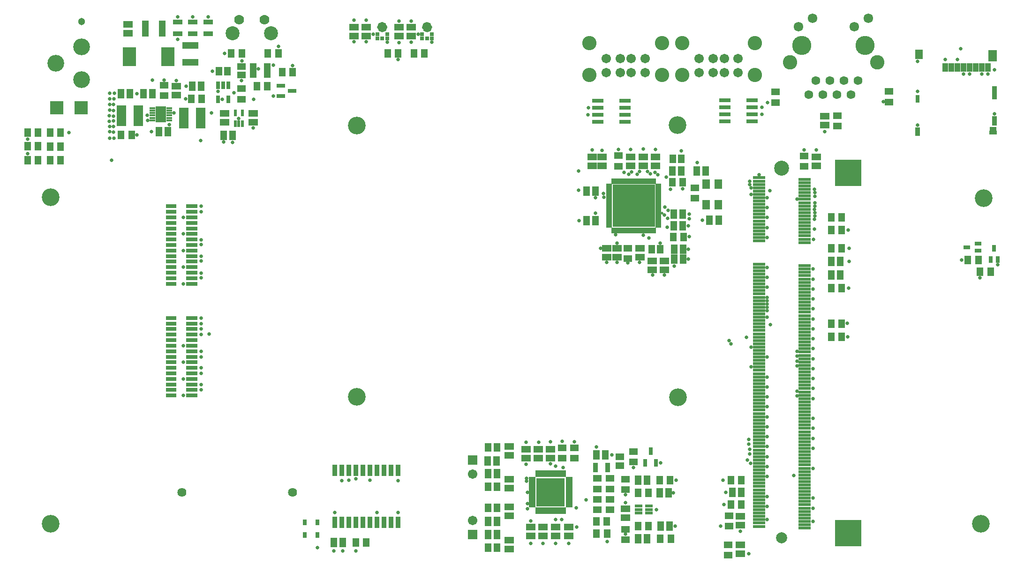
<source format=gts>
G04 Layer_Color=8388736*
%FSLAX44Y44*%
%MOMM*%
G71*
G01*
G75*
%ADD110C,0.9120*%
%ADD111R,0.5032X1.0532*%
%ADD112R,2.2032X0.5532*%
%ADD113R,4.8032X4.7032*%
%ADD114R,1.4532X1.8032*%
%ADD115R,0.8532X2.1282*%
%ADD116R,0.5032X1.2032*%
%ADD117R,1.2032X0.5032*%
%ADD118R,5.0532X5.0532*%
%ADD119R,1.4032X0.6032*%
G04:AMPARAMS|DCode=120|XSize=7.6032mm|YSize=7.6032mm|CornerRadius=0mm|HoleSize=0mm|Usage=FLASHONLY|Rotation=0.000|XOffset=0mm|YOffset=0mm|HoleType=Round|Shape=RoundedRectangle|*
%AMROUNDEDRECTD120*
21,1,7.6032,7.6032,0,0,0.0*
21,1,7.6032,7.6032,0,0,0.0*
1,1,0.0000,3.8016,-3.8016*
1,1,0.0000,-3.8016,-3.8016*
1,1,0.0000,-3.8016,3.8016*
1,1,0.0000,3.8016,3.8016*
%
%ADD120ROUNDEDRECTD120*%
%ADD121R,1.0532X0.5032*%
%ADD122R,2.1032X0.8032*%
%ADD123R,0.8032X1.4032*%
%ADD124R,1.2532X0.6532*%
%ADD125R,2.4032X2.3532*%
%ADD126R,1.2192X1.6002*%
%ADD127R,1.6002X1.2192*%
%ADD128R,0.8032X1.4532*%
%ADD129R,0.7032X1.2032*%
%ADD130R,1.2032X0.7032*%
%ADD131R,1.5032X0.8032*%
%ADD132R,1.8532X0.8032*%
%ADD133R,2.0532X0.8032*%
%ADD134R,1.0032X1.6032*%
%ADD135R,1.5532X2.0032*%
%ADD136R,0.8532X2.3432*%
%ADD137R,0.8532X1.8032*%
%ADD138R,1.3032X0.6532*%
%ADD139R,1.3532X0.6532*%
%ADD140R,0.8532X1.5032*%
%ADD141R,0.8032X1.3532*%
%ADD142R,1.3632X1.7032*%
%ADD143R,1.6232X1.2532*%
%ADD144R,1.2532X1.6232*%
%ADD145R,1.2932X2.9232*%
%ADD146R,2.9232X1.2932*%
%ADD147R,2.4532X3.4032*%
%ADD148R,1.3032X1.6732*%
%ADD149R,1.6732X1.3032*%
%ADD150R,0.9532X1.8032*%
%ADD151R,1.3032X1.6032*%
%ADD152R,1.8032X0.9532*%
%ADD153R,0.3032X0.3032*%
%ADD154R,0.8032X0.7252*%
%ADD155R,1.6032X1.3032*%
%ADD156R,1.7032X3.8032*%
%ADD157R,1.0032X0.4532*%
%ADD158R,1.9532X2.8532*%
%ADD159R,0.6032X1.2032*%
%ADD160R,0.6632X1.0432*%
%ADD161C,2.0032*%
%ADD162C,2.7032*%
%ADD163C,3.4532*%
%ADD164C,2.6032*%
%ADD165C,1.7232*%
%ADD166C,1.5932*%
%ADD167C,1.7782*%
%ADD168C,2.5282*%
%ADD169C,1.7032*%
%ADD170R,1.7032X1.7032*%
%ADD171C,1.6256*%
%ADD172C,3.2032*%
%ADD173C,0.7032*%
%ADD174C,1.3032*%
%ADD175C,3.0332*%
%ADD176C,2.5832*%
%ADD177C,0.6532*%
%ADD178C,0.5032*%
D110*
X660560Y969740D02*
G03*
X660560Y969740I-4560J0D01*
G01*
X741560D02*
G03*
X741560Y969740I-4560J0D01*
G01*
D111*
X1137740Y691460D02*
D03*
X1132740D02*
D03*
X1147740Y602460D02*
D03*
X1142740D02*
D03*
X1137740D02*
D03*
X1132740D02*
D03*
X1127740D02*
D03*
X1122740D02*
D03*
X1117740D02*
D03*
X1112740D02*
D03*
X1107740D02*
D03*
X1102740D02*
D03*
X1097740D02*
D03*
X1092740D02*
D03*
X1087740D02*
D03*
X1082740D02*
D03*
X1077740D02*
D03*
X1072740D02*
D03*
Y691460D02*
D03*
X1077740D02*
D03*
X1082740D02*
D03*
X1087740D02*
D03*
X1092740D02*
D03*
X1097740D02*
D03*
X1102740D02*
D03*
X1117740D02*
D03*
X1122740D02*
D03*
X1127740D02*
D03*
X1142740D02*
D03*
X1147740D02*
D03*
X1112740D02*
D03*
X1107740D02*
D03*
D112*
X1336500Y697500D02*
D03*
X1418500Y694500D02*
D03*
X1336500Y691500D02*
D03*
X1418500Y688500D02*
D03*
X1336500Y685500D02*
D03*
X1418500Y682500D02*
D03*
X1336500Y679500D02*
D03*
X1418500Y676500D02*
D03*
X1336500Y673500D02*
D03*
X1418500Y670500D02*
D03*
X1336500Y667500D02*
D03*
X1418500Y664500D02*
D03*
X1336500Y661500D02*
D03*
X1418500Y658500D02*
D03*
X1336500Y655500D02*
D03*
X1418500Y652500D02*
D03*
X1336500Y649500D02*
D03*
X1418500Y646500D02*
D03*
X1336500Y643500D02*
D03*
X1418500Y640500D02*
D03*
X1336500Y637500D02*
D03*
X1418500Y634500D02*
D03*
X1336500Y631500D02*
D03*
X1418500Y628500D02*
D03*
X1336500Y625500D02*
D03*
X1418500Y622500D02*
D03*
X1336500Y619500D02*
D03*
X1418500Y616500D02*
D03*
X1336500Y613500D02*
D03*
X1418500Y610500D02*
D03*
X1336500Y607500D02*
D03*
X1418500Y604500D02*
D03*
X1336500Y601500D02*
D03*
X1418500Y598500D02*
D03*
X1336500Y595500D02*
D03*
X1418500Y592500D02*
D03*
X1336500Y589500D02*
D03*
X1418500Y586500D02*
D03*
X1336500Y583500D02*
D03*
X1418500Y580500D02*
D03*
X1336500Y541500D02*
D03*
X1418500Y538500D02*
D03*
X1336500Y535500D02*
D03*
X1418500Y532500D02*
D03*
X1336500Y529500D02*
D03*
X1418500Y526500D02*
D03*
X1336500Y523500D02*
D03*
X1418500Y520500D02*
D03*
X1336500Y517500D02*
D03*
X1418500Y514500D02*
D03*
X1336500Y511500D02*
D03*
X1418500Y508500D02*
D03*
X1336500Y505500D02*
D03*
X1418500Y502500D02*
D03*
X1336500Y499500D02*
D03*
X1418500Y496500D02*
D03*
X1336500Y493500D02*
D03*
X1418500Y490500D02*
D03*
X1336500Y487500D02*
D03*
X1418500Y484500D02*
D03*
X1336500Y481500D02*
D03*
X1418500Y478500D02*
D03*
X1336500Y475500D02*
D03*
X1418500Y472500D02*
D03*
X1336500Y469500D02*
D03*
X1418500Y466500D02*
D03*
X1336500Y463500D02*
D03*
X1418500Y460500D02*
D03*
X1336500Y457500D02*
D03*
X1418500Y454500D02*
D03*
X1336500Y451500D02*
D03*
X1418500Y448500D02*
D03*
X1336500Y445500D02*
D03*
X1418500Y442500D02*
D03*
X1336500Y439500D02*
D03*
X1418500Y436500D02*
D03*
X1336500Y433500D02*
D03*
X1418500Y430500D02*
D03*
X1336500Y427500D02*
D03*
X1418500Y424500D02*
D03*
X1336500Y421500D02*
D03*
X1418500Y418500D02*
D03*
X1336500Y415500D02*
D03*
X1418500Y412500D02*
D03*
X1336500Y409500D02*
D03*
X1418500Y406500D02*
D03*
X1336500Y403500D02*
D03*
X1418500Y400500D02*
D03*
X1336500Y397500D02*
D03*
X1418500Y394500D02*
D03*
X1336500Y391500D02*
D03*
X1418500Y388500D02*
D03*
X1336500Y385500D02*
D03*
Y379500D02*
D03*
Y373500D02*
D03*
X1418500Y370500D02*
D03*
X1336500Y367500D02*
D03*
Y361500D02*
D03*
Y355500D02*
D03*
X1418500Y352500D02*
D03*
X1336500Y349500D02*
D03*
X1418500Y346500D02*
D03*
X1336500Y343500D02*
D03*
X1418500Y340500D02*
D03*
X1336500Y337500D02*
D03*
X1418500Y334500D02*
D03*
X1336500Y331500D02*
D03*
X1418500Y328500D02*
D03*
X1336500Y325500D02*
D03*
X1418500Y322500D02*
D03*
X1336500Y319500D02*
D03*
X1418500Y316500D02*
D03*
X1336500Y313500D02*
D03*
Y307500D02*
D03*
Y301500D02*
D03*
X1418500Y298500D02*
D03*
X1336500Y295500D02*
D03*
X1418500Y292500D02*
D03*
X1336500Y289500D02*
D03*
X1418500Y286500D02*
D03*
X1336500Y283500D02*
D03*
X1418500Y280500D02*
D03*
X1336500Y277500D02*
D03*
X1418500Y274500D02*
D03*
X1336500Y271500D02*
D03*
X1418500Y268500D02*
D03*
X1336500Y265500D02*
D03*
X1418500Y262500D02*
D03*
X1336500Y259500D02*
D03*
X1418500Y256500D02*
D03*
X1336500Y253500D02*
D03*
X1418500Y250500D02*
D03*
X1336500Y247500D02*
D03*
X1418500Y244500D02*
D03*
X1336500Y241500D02*
D03*
X1418500Y238500D02*
D03*
X1336500Y235500D02*
D03*
X1418500Y232500D02*
D03*
X1336500Y229500D02*
D03*
X1418500Y226500D02*
D03*
Y220500D02*
D03*
Y214500D02*
D03*
X1336500Y211500D02*
D03*
X1418500Y208500D02*
D03*
X1336500Y205500D02*
D03*
X1418500Y202500D02*
D03*
X1336500Y199500D02*
D03*
X1418500Y196500D02*
D03*
X1336500Y193500D02*
D03*
X1418500Y190500D02*
D03*
X1336500Y187500D02*
D03*
X1418500Y184500D02*
D03*
X1336500Y181500D02*
D03*
X1418500Y178500D02*
D03*
X1336500Y175500D02*
D03*
X1418500Y172500D02*
D03*
X1336500Y169500D02*
D03*
X1418500Y166500D02*
D03*
X1336500Y163500D02*
D03*
X1418500Y160500D02*
D03*
X1336500Y157500D02*
D03*
X1418500Y154500D02*
D03*
X1336500Y151500D02*
D03*
X1418500Y148500D02*
D03*
X1336500Y145500D02*
D03*
X1418500Y142500D02*
D03*
X1336500Y139500D02*
D03*
X1418500Y136500D02*
D03*
X1336500Y133500D02*
D03*
X1418500Y130500D02*
D03*
X1336500Y127500D02*
D03*
X1418500Y124500D02*
D03*
X1336500Y121500D02*
D03*
X1418500Y118500D02*
D03*
X1336500Y115500D02*
D03*
X1418500Y112500D02*
D03*
X1336500Y109500D02*
D03*
X1418500Y106500D02*
D03*
X1336500Y103500D02*
D03*
X1418500Y100500D02*
D03*
X1336500Y97500D02*
D03*
X1418500Y94500D02*
D03*
X1336500Y91500D02*
D03*
X1418500Y88500D02*
D03*
X1336500Y85500D02*
D03*
X1418500Y82500D02*
D03*
X1336500Y79500D02*
D03*
X1418500Y76500D02*
D03*
X1336500Y73500D02*
D03*
X1418500Y70500D02*
D03*
X1336500Y67500D02*
D03*
X1418500Y64500D02*
D03*
Y382500D02*
D03*
Y376500D02*
D03*
X1336500Y223500D02*
D03*
Y217500D02*
D03*
X1418500Y364500D02*
D03*
Y358500D02*
D03*
Y310500D02*
D03*
Y304500D02*
D03*
D113*
X1497500Y55500D02*
D03*
Y706500D02*
D03*
D114*
X1262950Y648990D02*
D03*
Y685990D02*
D03*
X1240950D02*
D03*
Y648990D02*
D03*
D115*
X570190Y74360D02*
D03*
X582890D02*
D03*
X595590D02*
D03*
X608290D02*
D03*
X620990D02*
D03*
X633690D02*
D03*
X646390D02*
D03*
X659090D02*
D03*
X671790D02*
D03*
X684490D02*
D03*
Y168600D02*
D03*
X671790D02*
D03*
X659090D02*
D03*
X646390D02*
D03*
X633690D02*
D03*
X620990D02*
D03*
X608290D02*
D03*
X595590D02*
D03*
X582890D02*
D03*
X570190D02*
D03*
D116*
X935000Y95500D02*
D03*
X940000D02*
D03*
X945000D02*
D03*
X950000D02*
D03*
X955000D02*
D03*
X960000D02*
D03*
X965000D02*
D03*
X970000D02*
D03*
X975000D02*
D03*
X980000D02*
D03*
X985000D02*
D03*
Y162500D02*
D03*
X980000D02*
D03*
X975000D02*
D03*
X970000D02*
D03*
X965000D02*
D03*
X960000D02*
D03*
X955000D02*
D03*
X950000D02*
D03*
X945000D02*
D03*
X940000D02*
D03*
X935000D02*
D03*
D117*
X993500Y104000D02*
D03*
Y109000D02*
D03*
Y114000D02*
D03*
Y119000D02*
D03*
Y124000D02*
D03*
Y129000D02*
D03*
Y134000D02*
D03*
Y139000D02*
D03*
Y144000D02*
D03*
Y149000D02*
D03*
Y154000D02*
D03*
X926500D02*
D03*
Y149000D02*
D03*
Y144000D02*
D03*
Y139000D02*
D03*
Y134000D02*
D03*
Y129000D02*
D03*
Y124000D02*
D03*
Y119000D02*
D03*
Y114000D02*
D03*
Y109000D02*
D03*
Y104000D02*
D03*
D118*
X960000Y129000D02*
D03*
D119*
X1118610Y91480D02*
D03*
Y97980D02*
D03*
Y104480D02*
D03*
X1137610D02*
D03*
Y97980D02*
D03*
Y91480D02*
D03*
D120*
X1110240Y646960D02*
D03*
D121*
X1154740Y684460D02*
D03*
Y679460D02*
D03*
Y674460D02*
D03*
Y669460D02*
D03*
Y664460D02*
D03*
Y659460D02*
D03*
Y654460D02*
D03*
Y649460D02*
D03*
Y644460D02*
D03*
Y639460D02*
D03*
Y634460D02*
D03*
Y629460D02*
D03*
Y624460D02*
D03*
Y619460D02*
D03*
Y614460D02*
D03*
Y609460D02*
D03*
X1065740D02*
D03*
Y614460D02*
D03*
Y619460D02*
D03*
Y624460D02*
D03*
Y629460D02*
D03*
Y634460D02*
D03*
Y639460D02*
D03*
Y644460D02*
D03*
Y649460D02*
D03*
Y654460D02*
D03*
Y659460D02*
D03*
Y664460D02*
D03*
Y669460D02*
D03*
Y674460D02*
D03*
Y679460D02*
D03*
Y684460D02*
D03*
D122*
X1094590Y798990D02*
D03*
Y811690D02*
D03*
Y824390D02*
D03*
Y837090D02*
D03*
X1045490D02*
D03*
Y824390D02*
D03*
Y811690D02*
D03*
Y798990D02*
D03*
X1274790Y837531D02*
D03*
Y824831D02*
D03*
Y812131D02*
D03*
Y799431D02*
D03*
X1323890D02*
D03*
Y812131D02*
D03*
Y824831D02*
D03*
Y837531D02*
D03*
D123*
X378500Y864500D02*
D03*
X369000D02*
D03*
X359500D02*
D03*
Y839500D02*
D03*
X378500D02*
D03*
D124*
X422600Y900970D02*
D03*
Y894470D02*
D03*
Y887970D02*
D03*
Y881470D02*
D03*
X448600D02*
D03*
Y887970D02*
D03*
Y894470D02*
D03*
Y900970D02*
D03*
D125*
X67970Y823960D02*
D03*
X111970D02*
D03*
D126*
X627398Y38000D02*
D03*
X608602D02*
D03*
X665602Y922370D02*
D03*
X684398D02*
D03*
X1042622Y76570D02*
D03*
X1061418D02*
D03*
X713602Y922370D02*
D03*
X732398D02*
D03*
X1043122Y54570D02*
D03*
X1061918D02*
D03*
X1175848Y150980D02*
D03*
X1157052D02*
D03*
X1117712Y127980D02*
D03*
X1136508D02*
D03*
X1177008Y44980D02*
D03*
X1158212D02*
D03*
X1117712Y67980D02*
D03*
X1136508D02*
D03*
X1200648Y590000D02*
D03*
X1181852D02*
D03*
X1198648Y689000D02*
D03*
X1179852D02*
D03*
X1285602Y107000D02*
D03*
X1304398D02*
D03*
X1285602Y151000D02*
D03*
X1304398D02*
D03*
X1466602Y410000D02*
D03*
X1485398D02*
D03*
X1466602Y434000D02*
D03*
X1485398D02*
D03*
X1754398Y528000D02*
D03*
X1735602D02*
D03*
X1466602Y498000D02*
D03*
X1485398D02*
D03*
X1466602Y570000D02*
D03*
X1485398D02*
D03*
X1713602Y549000D02*
D03*
X1732398D02*
D03*
X448398Y863000D02*
D03*
X429602D02*
D03*
X468398Y922000D02*
D03*
X449602D02*
D03*
X475602Y888750D02*
D03*
X494398D02*
D03*
X75000Y729000D02*
D03*
X56204D02*
D03*
X75000Y754000D02*
D03*
X56204D02*
D03*
X75000Y779000D02*
D03*
X56204D02*
D03*
X34730Y729330D02*
D03*
X15934D02*
D03*
X34730Y754330D02*
D03*
X15934D02*
D03*
X34730Y779330D02*
D03*
X15934D02*
D03*
X310852Y840270D02*
D03*
X329648D02*
D03*
X203398Y775000D02*
D03*
X184602D02*
D03*
X383602Y922000D02*
D03*
X402398D02*
D03*
X1485398Y603000D02*
D03*
X1466602D02*
D03*
X1485398Y626000D02*
D03*
X1466602D02*
D03*
D127*
X981000Y190602D02*
D03*
Y209398D02*
D03*
X1003000Y190602D02*
D03*
Y209398D02*
D03*
X1044520Y153968D02*
D03*
Y135172D02*
D03*
X1067520D02*
D03*
Y153968D02*
D03*
X1044520Y97172D02*
D03*
Y115968D02*
D03*
X1067520D02*
D03*
Y97172D02*
D03*
X1095450Y134082D02*
D03*
Y152878D02*
D03*
X1095450Y61898D02*
D03*
Y43102D02*
D03*
X1109620Y202488D02*
D03*
Y183692D02*
D03*
X1366000Y833602D02*
D03*
Y852398D02*
D03*
X1220250Y660602D02*
D03*
Y679398D02*
D03*
X1082250Y718602D02*
D03*
Y737398D02*
D03*
X1099250Y551602D02*
D03*
Y570398D02*
D03*
X1571000Y834602D02*
D03*
Y853398D02*
D03*
X1478000Y809398D02*
D03*
Y790602D02*
D03*
X1282000Y67602D02*
D03*
Y86398D02*
D03*
X1281000Y15702D02*
D03*
Y34498D02*
D03*
X1418000Y718352D02*
D03*
Y737148D02*
D03*
X402000Y839602D02*
D03*
Y858398D02*
D03*
X262250Y846270D02*
D03*
Y865066D02*
D03*
D128*
X1140620Y203590D02*
D03*
X1150170Y182590D02*
D03*
X1131070D02*
D03*
D129*
X1754500Y550000D02*
D03*
X1767500D02*
D03*
X1761000Y570000D02*
D03*
D130*
X1732000Y565500D02*
D03*
Y578500D02*
D03*
X1712000Y572000D02*
D03*
D131*
X472680Y864168D02*
D03*
Y845168D02*
D03*
X493680Y854668D02*
D03*
D132*
X274500Y444000D02*
D03*
Y434000D02*
D03*
Y424000D02*
D03*
Y414000D02*
D03*
Y404000D02*
D03*
Y394000D02*
D03*
Y384000D02*
D03*
Y374000D02*
D03*
Y364000D02*
D03*
Y354000D02*
D03*
Y344000D02*
D03*
Y334000D02*
D03*
Y324000D02*
D03*
Y314000D02*
D03*
Y304000D02*
D03*
X274500Y646000D02*
D03*
Y636000D02*
D03*
Y626000D02*
D03*
Y616000D02*
D03*
Y606000D02*
D03*
Y596000D02*
D03*
Y586000D02*
D03*
Y576000D02*
D03*
Y566000D02*
D03*
Y556000D02*
D03*
Y546000D02*
D03*
Y536000D02*
D03*
Y526000D02*
D03*
Y516000D02*
D03*
Y506000D02*
D03*
D133*
X312000Y444000D02*
D03*
Y434000D02*
D03*
Y424000D02*
D03*
Y414000D02*
D03*
Y404000D02*
D03*
Y394000D02*
D03*
Y364000D02*
D03*
Y354000D02*
D03*
Y344000D02*
D03*
Y334000D02*
D03*
Y324000D02*
D03*
Y314000D02*
D03*
Y304000D02*
D03*
X312000Y646000D02*
D03*
Y636000D02*
D03*
Y626000D02*
D03*
Y616000D02*
D03*
Y606000D02*
D03*
Y596000D02*
D03*
Y566000D02*
D03*
Y556000D02*
D03*
Y546000D02*
D03*
Y536000D02*
D03*
Y526000D02*
D03*
Y516000D02*
D03*
Y506000D02*
D03*
Y586000D02*
D03*
Y576000D02*
D03*
X312000Y384000D02*
D03*
Y374000D02*
D03*
D134*
X1672530Y897250D02*
D03*
X1683530D02*
D03*
X1694530D02*
D03*
X1705530D02*
D03*
X1716530D02*
D03*
X1727530D02*
D03*
X1738530D02*
D03*
X1749530D02*
D03*
D135*
X1758430Y917750D02*
D03*
D136*
X1761680Y851450D02*
D03*
D137*
Y800650D02*
D03*
D138*
X1759430Y785600D02*
D03*
D139*
X1759180Y779000D02*
D03*
D140*
X1622680Y781250D02*
D03*
D141*
X1622430Y840500D02*
D03*
D142*
X1625230Y920250D02*
D03*
D143*
X1084750Y192900D02*
D03*
Y177100D02*
D03*
D144*
X847100Y139280D02*
D03*
X862900D02*
D03*
X847100Y210000D02*
D03*
X862900D02*
D03*
X847100Y101000D02*
D03*
X862900D02*
D03*
X847100Y29000D02*
D03*
X862900D02*
D03*
X1142350Y568000D02*
D03*
X1158150D02*
D03*
X1180350Y732000D02*
D03*
X1196150D02*
D03*
D145*
X228400Y966690D02*
D03*
X258700D02*
D03*
D146*
X309940Y906400D02*
D03*
Y936700D02*
D03*
D147*
X268500Y916000D02*
D03*
X199500D02*
D03*
D148*
X568900Y38000D02*
D03*
X585100D02*
D03*
X863100Y163000D02*
D03*
X846900D02*
D03*
X846580Y186000D02*
D03*
X862780D02*
D03*
X863100Y76480D02*
D03*
X846900D02*
D03*
Y53000D02*
D03*
X863100D02*
D03*
X1173550Y127980D02*
D03*
X1157350D02*
D03*
X1134050Y150980D02*
D03*
X1117850D02*
D03*
X1058620Y196672D02*
D03*
X1042420D02*
D03*
X1174550Y67980D02*
D03*
X1158350D02*
D03*
X1134050Y44980D02*
D03*
X1117850D02*
D03*
X1224150Y710000D02*
D03*
X1240350D02*
D03*
X1247150Y621000D02*
D03*
X1263350D02*
D03*
X1024900Y673000D02*
D03*
X1041100D02*
D03*
X1025150Y620000D02*
D03*
X1041350D02*
D03*
X1199350Y568000D02*
D03*
X1183150D02*
D03*
X1198350Y611000D02*
D03*
X1182150D02*
D03*
X1199350Y550250D02*
D03*
X1183150D02*
D03*
X1198350Y632000D02*
D03*
X1182150D02*
D03*
X1196350Y710000D02*
D03*
X1180150D02*
D03*
X1288000Y129000D02*
D03*
X1304200D02*
D03*
X1483100Y522000D02*
D03*
X1466900D02*
D03*
X1483100Y546000D02*
D03*
X1466900D02*
D03*
X369900Y774000D02*
D03*
X386100D02*
D03*
X313150Y863270D02*
D03*
X329350D02*
D03*
X225150Y849270D02*
D03*
X241350D02*
D03*
X252900Y781000D02*
D03*
X269100D02*
D03*
X200350Y849270D02*
D03*
X184150D02*
D03*
D149*
X686000Y969470D02*
D03*
Y953270D02*
D03*
X708000Y969470D02*
D03*
Y953270D02*
D03*
X885000Y152940D02*
D03*
Y136740D02*
D03*
X605000Y969470D02*
D03*
Y953270D02*
D03*
X627000Y969470D02*
D03*
Y953270D02*
D03*
X885000Y195780D02*
D03*
Y211980D02*
D03*
Y86780D02*
D03*
Y102980D02*
D03*
Y42660D02*
D03*
Y26460D02*
D03*
X946000Y49900D02*
D03*
Y66100D02*
D03*
X924000Y49900D02*
D03*
Y66100D02*
D03*
X938000Y207100D02*
D03*
Y190900D02*
D03*
X916000Y207100D02*
D03*
Y190900D02*
D03*
X960000Y207100D02*
D03*
Y190900D02*
D03*
X993000Y49900D02*
D03*
Y66100D02*
D03*
X969000Y49900D02*
D03*
Y66100D02*
D03*
X1095430Y82880D02*
D03*
Y99080D02*
D03*
X1455000Y792900D02*
D03*
Y809100D02*
D03*
X1104250Y735100D02*
D03*
Y718900D02*
D03*
X1061000Y553900D02*
D03*
Y570100D02*
D03*
X1053000Y735100D02*
D03*
Y718900D02*
D03*
X1035000Y735100D02*
D03*
Y718900D02*
D03*
X1143250Y530900D02*
D03*
Y547100D02*
D03*
X1165250Y530900D02*
D03*
Y547100D02*
D03*
X1121250Y553900D02*
D03*
Y570100D02*
D03*
X1080000Y553900D02*
D03*
Y570100D02*
D03*
X1149250Y735100D02*
D03*
Y718900D02*
D03*
X1127250Y735100D02*
D03*
Y718900D02*
D03*
X1303000Y69900D02*
D03*
Y86100D02*
D03*
X1303000Y18000D02*
D03*
Y34200D02*
D03*
X1440000Y734850D02*
D03*
Y718650D02*
D03*
X197000Y975100D02*
D03*
Y958900D02*
D03*
X423000Y797900D02*
D03*
Y814100D02*
D03*
X371000Y797900D02*
D03*
Y814100D02*
D03*
X284250Y862768D02*
D03*
Y846568D02*
D03*
D150*
X1062770Y174172D02*
D03*
X1041270D02*
D03*
D151*
X376500Y890000D02*
D03*
X361500D02*
D03*
D152*
X287000Y978910D02*
D03*
Y957410D02*
D03*
X314000Y978910D02*
D03*
Y957410D02*
D03*
X342000Y978910D02*
D03*
Y957410D02*
D03*
D153*
X649500Y969540D02*
D03*
X730500D02*
D03*
D154*
X647000Y957220D02*
D03*
Y949000D02*
D03*
X656000D02*
D03*
X665000D02*
D03*
Y957220D02*
D03*
X746000D02*
D03*
Y949000D02*
D03*
X737000D02*
D03*
X728000D02*
D03*
Y957220D02*
D03*
D155*
X402000Y898500D02*
D03*
Y883500D02*
D03*
D156*
X298000Y805540D02*
D03*
X328500D02*
D03*
X215500Y810000D02*
D03*
X185000D02*
D03*
D157*
X241030Y823590D02*
D03*
Y819090D02*
D03*
Y814590D02*
D03*
Y810090D02*
D03*
Y805590D02*
D03*
Y801090D02*
D03*
X271030D02*
D03*
Y805590D02*
D03*
Y810090D02*
D03*
Y814590D02*
D03*
Y819090D02*
D03*
Y823590D02*
D03*
D158*
X256030Y812340D02*
D03*
D159*
X390500Y815000D02*
D03*
X403500D02*
D03*
Y795000D02*
D03*
X397000D02*
D03*
X390500D02*
D03*
D160*
X515770Y51800D02*
D03*
Y74800D02*
D03*
X538770Y51800D02*
D03*
Y74800D02*
D03*
D161*
X1377500Y47000D02*
D03*
D162*
Y715000D02*
D03*
D163*
X1528150Y936950D02*
D03*
X1413850D02*
D03*
D164*
X1549750Y906450D02*
D03*
X1392250D02*
D03*
D165*
X1407750Y970750D02*
D03*
X1433150Y985950D02*
D03*
X1508850Y970750D02*
D03*
X1534250Y985950D02*
D03*
D166*
X1426550Y848050D02*
D03*
X1439250Y873450D02*
D03*
X1451950Y848050D02*
D03*
X1464650Y873450D02*
D03*
X1477350Y848050D02*
D03*
X1490050Y873450D02*
D03*
X1502750Y848050D02*
D03*
X1515450Y873450D02*
D03*
D167*
X442940Y983380D02*
D03*
X397940D02*
D03*
D168*
X455440Y958380D02*
D03*
X385440D02*
D03*
D169*
X819000Y161600D02*
D03*
Y78400D02*
D03*
X1298550Y913250D02*
D03*
X1228550D02*
D03*
X1298550Y887150D02*
D03*
X1273550D02*
D03*
X1253550D02*
D03*
X1228550D02*
D03*
X1130550Y913250D02*
D03*
X1060550D02*
D03*
X1130550Y887150D02*
D03*
X1060550D02*
D03*
X1105550D02*
D03*
X1085550D02*
D03*
Y913250D02*
D03*
X1105550D02*
D03*
X1253550D02*
D03*
X1273550D02*
D03*
D170*
X819000Y187000D02*
D03*
Y53000D02*
D03*
D171*
X294010Y128680D02*
D03*
X494010D02*
D03*
D172*
X57000Y72000D02*
D03*
Y662000D02*
D03*
X1737000Y72000D02*
D03*
X1742000Y661000D02*
D03*
X1190000Y301021D02*
D03*
X610000Y302021D02*
D03*
X1189000Y793021D02*
D03*
X610000Y792000D02*
D03*
D173*
X656000Y969740D02*
D03*
X737000D02*
D03*
D174*
X113500Y979500D02*
D03*
D175*
X66500Y904500D02*
D03*
X113500Y934500D02*
D03*
Y874500D02*
D03*
D176*
X1329250Y883650D02*
D03*
X1197850D02*
D03*
Y940450D02*
D03*
X1329250D02*
D03*
X1161250Y883650D02*
D03*
X1029850D02*
D03*
Y940450D02*
D03*
X1161250D02*
D03*
D177*
X329000Y444000D02*
D03*
Y636000D02*
D03*
Y646000D02*
D03*
Y424000D02*
D03*
Y434000D02*
D03*
X1282250Y403500D02*
D03*
X343500Y415000D02*
D03*
X1285725Y397525D02*
D03*
X329000Y414000D02*
D03*
X369900Y762100D02*
D03*
X1110000Y174000D02*
D03*
X983000D02*
D03*
X942000Y109000D02*
D03*
X962000Y108000D02*
D03*
X980000D02*
D03*
X979000Y127000D02*
D03*
X942000Y128000D02*
D03*
X960000Y148000D02*
D03*
X978000Y149000D02*
D03*
X1186980Y150980D02*
D03*
X1700500Y930750D02*
D03*
X1749530Y885280D02*
D03*
X1738530Y885030D02*
D03*
X1716530D02*
D03*
X1694530Y910970D02*
D03*
X1672530Y910970D02*
D03*
X1437000Y634500D02*
D03*
Y628500D02*
D03*
Y646500D02*
D03*
Y652500D02*
D03*
Y664250D02*
D03*
Y670500D02*
D03*
X1319250Y691500D02*
D03*
Y685500D02*
D03*
X916000Y219500D02*
D03*
X938250D02*
D03*
X960000Y220000D02*
D03*
X981000Y221250D02*
D03*
X916000Y179750D02*
D03*
X960000Y180500D02*
D03*
X1003000Y220250D02*
D03*
X1061918Y40332D02*
D03*
X1006900Y66100D02*
D03*
X1042500Y211000D02*
D03*
X1095450Y124300D02*
D03*
X1095430Y110180D02*
D03*
X1266852Y67602D02*
D03*
X585100Y22850D02*
D03*
X608250Y23000D02*
D03*
X1498750Y570000D02*
D03*
X1498250Y498250D02*
D03*
X1418000Y747750D02*
D03*
X1440000Y747500D02*
D03*
X1705530Y884780D02*
D03*
X1053250Y746750D02*
D03*
X1082250Y748250D02*
D03*
X1104250Y748750D02*
D03*
X1127250Y749250D02*
D03*
X1149250Y749000D02*
D03*
X1196150Y746100D02*
D03*
X1080000Y579000D02*
D03*
X1041350Y633400D02*
D03*
X1137740Y588490D02*
D03*
X1041350Y661150D02*
D03*
X328500Y764750D02*
D03*
X423852Y839602D02*
D03*
X348000Y814500D02*
D03*
X468398Y934898D02*
D03*
X605000Y943250D02*
D03*
X627000Y943000D02*
D03*
X686000Y941750D02*
D03*
X708000Y942250D02*
D03*
X582890Y150110D02*
D03*
X633690Y150690D02*
D03*
X684490Y150490D02*
D03*
Y92490D02*
D03*
X646390Y92610D02*
D03*
X570190Y92810D02*
D03*
X568900Y23100D02*
D03*
X917000Y154000D02*
D03*
Y149000D02*
D03*
X918000Y129000D02*
D03*
X969000Y176000D02*
D03*
X1024000Y115000D02*
D03*
X1006000Y101000D02*
D03*
X924000Y37000D02*
D03*
X946000Y37000D02*
D03*
X969000Y37000D02*
D03*
X993000D02*
D03*
X942000Y149000D02*
D03*
X1181980Y127980D02*
D03*
X1150980Y97980D02*
D03*
X1095450Y53450D02*
D03*
X1184750Y68250D02*
D03*
X1071000Y197000D02*
D03*
X1356000Y674000D02*
D03*
X538770Y29230D02*
D03*
X16000Y767000D02*
D03*
X15934Y741000D02*
D03*
X212750Y849270D02*
D03*
X251000Y822000D02*
D03*
X261000D02*
D03*
X251250Y802500D02*
D03*
X261250Y802250D02*
D03*
X256030Y812340D02*
D03*
X231250Y810250D02*
D03*
X279910Y814590D02*
D03*
X213250Y775000D02*
D03*
X423000Y787250D02*
D03*
X397000Y804250D02*
D03*
X239000Y781000D02*
D03*
X301020Y840270D02*
D03*
X302020Y863270D02*
D03*
X284250Y872750D02*
D03*
X359250Y853750D02*
D03*
X349750Y890000D02*
D03*
X402000Y873500D02*
D03*
X605000Y982500D02*
D03*
X627000Y982000D02*
D03*
X686000Y980750D02*
D03*
X708000Y980500D02*
D03*
X1761680Y813250D02*
D03*
Y892500D02*
D03*
X1622500Y907500D02*
D03*
Y853500D02*
D03*
X1622680Y793000D02*
D03*
X1455000Y780750D02*
D03*
X1341631Y812131D02*
D03*
X1224750Y724750D02*
D03*
X1198750Y677500D02*
D03*
X1210750Y632000D02*
D03*
X1234250Y621000D02*
D03*
X1080000Y545000D02*
D03*
X1061000D02*
D03*
X1011750Y620000D02*
D03*
X1011000Y675000D02*
D03*
X1028390Y824390D02*
D03*
X1079500Y679750D02*
D03*
X1099000Y679250D02*
D03*
X1129250Y678750D02*
D03*
X1079750Y663500D02*
D03*
X1098250Y665750D02*
D03*
X1128000Y665500D02*
D03*
X1079250Y648750D02*
D03*
X1099500Y650500D02*
D03*
X1128500D02*
D03*
X1078750Y632500D02*
D03*
X1078500Y619250D02*
D03*
X1099000Y619500D02*
D03*
X1130000Y638750D02*
D03*
X1497500Y603000D02*
D03*
X1499250Y546000D02*
D03*
X1158590Y182590D02*
D03*
X1276250Y129000D02*
D03*
X1303000Y59000D02*
D03*
X1321750Y679500D02*
D03*
X1318000Y18000D02*
D03*
X371750Y922000D02*
D03*
X432280Y894470D02*
D03*
X494000Y900000D02*
D03*
X459720Y900970D02*
D03*
X366750Y839250D02*
D03*
X459168Y845168D02*
D03*
X262250Y874000D02*
D03*
X232090Y801090D02*
D03*
X287000Y988500D02*
D03*
X314000Y988250D02*
D03*
X342000Y988500D02*
D03*
X90500Y779000D02*
D03*
X241000Y874000D02*
D03*
X287000Y947500D02*
D03*
X1027810Y811690D02*
D03*
X1342000Y824831D02*
D03*
X402398Y908750D02*
D03*
X271030Y793500D02*
D03*
X924000Y77000D02*
D03*
X1050000Y570000D02*
D03*
X164000Y850000D02*
D03*
X163750Y839750D02*
D03*
X163500Y830000D02*
D03*
Y819750D02*
D03*
X163250Y809500D02*
D03*
Y799750D02*
D03*
X163500Y789750D02*
D03*
Y780500D02*
D03*
X164000Y768750D02*
D03*
X167500Y729000D02*
D03*
X172000Y850000D02*
D03*
X171750Y839750D02*
D03*
X171000Y830250D02*
D03*
Y819250D02*
D03*
Y808750D02*
D03*
X170750Y800250D02*
D03*
X171000Y790000D02*
D03*
X170750Y780250D02*
D03*
X171250Y769250D02*
D03*
X385750Y761500D02*
D03*
X1273000Y107000D02*
D03*
X608290Y153040D02*
D03*
X595590Y151090D02*
D03*
X918000Y109000D02*
D03*
X918045Y99002D02*
D03*
X969000Y79750D02*
D03*
X980500Y80000D02*
D03*
X1099250Y544000D02*
D03*
X1121000Y545000D02*
D03*
X1144000Y522000D02*
D03*
X1165250D02*
D03*
X1209000Y568000D02*
D03*
X1210000Y591000D02*
D03*
X1208998Y610999D02*
D03*
X296500Y626000D02*
D03*
X296500Y304000D02*
D03*
X296500Y334000D02*
D03*
Y364000D02*
D03*
Y394000D02*
D03*
X296500Y506000D02*
D03*
X296500Y536000D02*
D03*
Y566000D02*
D03*
Y596000D02*
D03*
X1035000Y748000D02*
D03*
X1011000Y710000D02*
D03*
X1116000Y704000D02*
D03*
X1120950Y708950D02*
D03*
X1140000Y704500D02*
D03*
X1135404Y709096D02*
D03*
X1153500Y702750D02*
D03*
X1148904Y707346D02*
D03*
X1101250Y703750D02*
D03*
X1105846Y708346D02*
D03*
X1351000Y475500D02*
D03*
Y469500D02*
D03*
Y463500D02*
D03*
Y457500D02*
D03*
X639780Y957220D02*
D03*
X720780D02*
D03*
X684398Y910852D02*
D03*
X665000Y942250D02*
D03*
X746000Y942750D02*
D03*
X388000Y851000D02*
D03*
X1322500Y667500D02*
D03*
X1172010Y638490D02*
D03*
X1166000Y644500D02*
D03*
X1171510Y623990D02*
D03*
X1165500Y630000D02*
D03*
X1336500Y702750D02*
D03*
X1351000Y79500D02*
D03*
Y103500D02*
D03*
Y121500D02*
D03*
Y157500D02*
D03*
Y211500D02*
D03*
Y193500D02*
D03*
Y175500D02*
D03*
Y265500D02*
D03*
Y247500D02*
D03*
Y229500D02*
D03*
Y319500D02*
D03*
Y301500D02*
D03*
Y283500D02*
D03*
X1322500Y355500D02*
D03*
X1351000Y337500D02*
D03*
Y445500D02*
D03*
X1357000Y432000D02*
D03*
X1351000Y373500D02*
D03*
X1322500Y391500D02*
D03*
X1351000Y517500D02*
D03*
Y499500D02*
D03*
Y481500D02*
D03*
Y535500D02*
D03*
X1735602Y516852D02*
D03*
X1702250Y549000D02*
D03*
X1767750Y540750D02*
D03*
X1271000Y150750D02*
D03*
X1351000Y589500D02*
D03*
Y607500D02*
D03*
Y625500D02*
D03*
Y643500D02*
D03*
Y661500D02*
D03*
X1433500Y532500D02*
D03*
Y514500D02*
D03*
Y496500D02*
D03*
Y478500D02*
D03*
Y442500D02*
D03*
Y424500D02*
D03*
Y406500D02*
D03*
Y388500D02*
D03*
Y370500D02*
D03*
Y352500D02*
D03*
Y334500D02*
D03*
Y316500D02*
D03*
Y298500D02*
D03*
Y262500D02*
D03*
Y244500D02*
D03*
Y226500D02*
D03*
Y208500D02*
D03*
Y172500D02*
D03*
X1399000Y159000D02*
D03*
X1433500Y118500D02*
D03*
Y100500D02*
D03*
Y76500D02*
D03*
Y460500D02*
D03*
X1496750Y410000D02*
D03*
X1495500Y434250D02*
D03*
X1435000Y586500D02*
D03*
X1436500Y622500D02*
D03*
Y640500D02*
D03*
Y676500D02*
D03*
X1055790Y669460D02*
D03*
X1560500Y834750D02*
D03*
X1352000Y833500D02*
D03*
X1209000Y550250D02*
D03*
X1176750Y676500D02*
D03*
X1158150Y579150D02*
D03*
X1183150Y538150D02*
D03*
X1171000Y608000D02*
D03*
X1210750Y623250D02*
D03*
X1169000Y699000D02*
D03*
X1077740Y594760D02*
D03*
X1127750Y594000D02*
D03*
X1436500Y604500D02*
D03*
X1092500Y707500D02*
D03*
X329000Y374000D02*
D03*
Y384000D02*
D03*
X1318000Y216500D02*
D03*
Y225000D02*
D03*
X1319500Y206750D02*
D03*
Y198250D02*
D03*
X329000Y354000D02*
D03*
Y344000D02*
D03*
X1321510Y181490D02*
D03*
X1315500Y187500D02*
D03*
X329000Y314000D02*
D03*
Y324000D02*
D03*
X1405000Y383750D02*
D03*
Y375250D02*
D03*
X329000Y585250D02*
D03*
Y576750D02*
D03*
X1405000Y357250D02*
D03*
Y365750D02*
D03*
X329000Y546750D02*
D03*
Y555250D02*
D03*
X1405000Y303250D02*
D03*
Y311750D02*
D03*
X329000Y525250D02*
D03*
Y516750D02*
D03*
X1313500Y409500D02*
D03*
X1056000Y662250D02*
D03*
X1405000Y658500D02*
D03*
D178*
X1161500Y633500D02*
D03*
M02*

</source>
